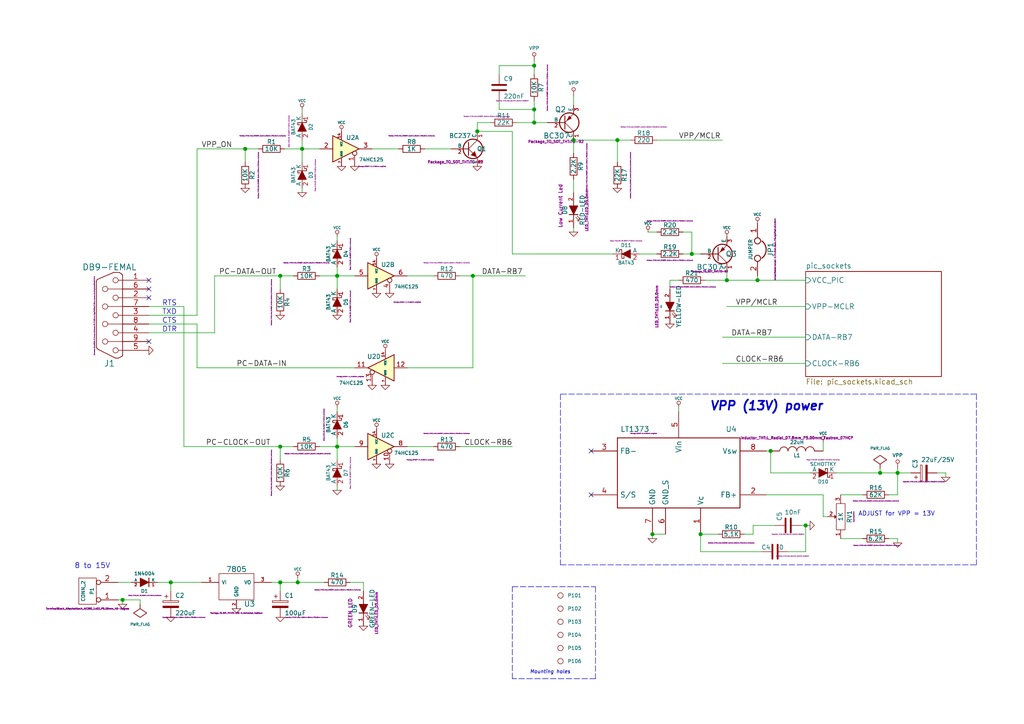
<source format=kicad_sch>
(kicad_sch (version 20230409) (generator eeschema)
  (paper "A4")
  (title_block (title "JDM - COM84 PIC Programmer with 13V DC/DC converter") (date "05 jan 2014") (rev "2") (company "KiCad"))
  (lib_symbols
    (symbol "pic_programmer_schlib:74LS125" (pin_names (offset 0.254))
      (property "Reference" "U" (at 5.08 3.81 0))
      (property "Value" "74LS125" (at 7.62 -2.54 0))
      (symbol "74LS125_0_0"
        (pin power_in line (at -1.27 5.08 270) (length 2.54) (name "VCC") (number "14"))
        (pin power_in line (at -1.27 -5.08 90) (length 2.54) (name "GND") (number "7"))
      )
      (symbol "74LS125_1_0"
        (polyline (pts (xy -3.81 3.81) (xy -3.81 -3.81) (xy 3.81 0) (xy -3.81 3.81)) (stroke (width 0.254)) (fill (type background)))
        (pin input inverted (at 2.54 -5.08 90) (length 4.445) (name "~") (number "1"))
        (pin input line (at -7.62 0 0) (length 3.81) (name "~") (number "2"))
        (pin tri_state line (at 7.62 0 180) (length 3.81) (name "~") (number "3"))
      )
      (symbol "74LS125_2_0"
        (polyline (pts (xy -3.81 3.81) (xy -3.81 -3.81) (xy 3.81 0) (xy -3.81 3.81)) (stroke (width 0.254)) (fill (type background)))
        (pin input inverted (at 2.54 -5.08 90) (length 4.445) (name "~") (number "4"))
        (pin input line (at -7.62 0 0) (length 3.81) (name "~") (number "5"))
        (pin tri_state line (at 7.62 0 180) (length 3.81) (name "~") (number "6"))
      )
      (symbol "74LS125_3_0"
        (polyline (pts (xy -3.81 3.81) (xy -3.81 -3.81) (xy 3.81 0) (xy -3.81 3.81)) (stroke (width 0.254)) (fill (type background)))
        (pin input inverted (at 2.54 -5.08 90) (length 4.445) (name "~") (number "10"))
        (pin tri_state line (at 7.62 0 180) (length 3.81) (name "~") (number "8"))
        (pin input line (at -7.62 0 0) (length 3.81) (name "~") (number "9"))
      )
      (symbol "74LS125_4_0"
        (polyline (pts (xy -3.81 3.81) (xy -3.81 -3.81) (xy 3.81 0) (xy -3.81 3.81)) (stroke (width 0.254)) (fill (type background)))
        (pin tri_state line (at 7.62 0 180) (length 3.81) (name "~") (number "11"))
        (pin input line (at -7.62 0 0) (length 3.81) (name "~") (number "12"))
        (pin input inverted (at 2.54 -5.08 90) (length 4.445) (name "~") (number "13"))
      )
    )
    (symbol "pic_programmer_schlib:7805" (pin_names (offset 0.762))
      (property "Reference" "U" (at 3.81 -4.9784 0))
      (property "Value" "7805" (at 0 5.08 0))
      (symbol "7805_0_1"
        (rectangle (start -5.08 -3.81) (end 5.08 3.81))
      )
      (symbol "7805_1_1"
        (pin input line (at -10.16 1.27 0) (length 5.08) (name "VI") (number "1"))
        (pin input line (at 0 -6.35 90) (length 2.54) (name "GND") (number "2"))
        (pin power_out line (at 10.16 1.27 180) (length 5.08) (name "VO") (number "3"))
      )
    )
    (symbol "pic_programmer_schlib:BC237" (pin_names (offset 0))
      (property "Reference" "Q" (at 0 -3.81 0))
      (property "Value" "BC237" (at 0 3.81 0))
      (property "Footprint" "Package_TO_SOT_THT:TO-92" (at -2.54 -5.08 0))
      (symbol "BC237_0_1"
        (polyline (pts (xy 0 0) (xy 2.54 2.54)) (stroke (width 0.1524)))
        (polyline (pts (xy 0 1.905) (xy 0 -1.905) (xy 0 -1.905)) (stroke (width 0.254)))
        (polyline (pts (xy 1.27 -1.27) (xy 0 0) (xy 0 0)) (stroke (width 0.1524)))
        (polyline (pts (xy 2.286 -2.286) (xy 2.54 -2.54) (xy 2.54 -2.54)))
        (polyline (pts (xy 2.286 -2.286) (xy 1.778 -0.762) (xy 0.762 -1.778) (xy 2.286 -2.286) (xy 2.286 -2.286)) (fill (type outline)))
        (circle (center 1.27 0) (radius 2.8194) (stroke (width 0.3048)))
      )
      (symbol "BC237_1_1"
        (pin passive line (at 2.54 5.08 270) (length 2.54) (name "C") (number "1"))
        (pin input line (at -5.08 0 0) (length 5.08) (name "B") (number "2"))
        (pin passive line (at 2.54 -5.08 90) (length 2.54) (name "E") (number "3"))
      )
    )
    (symbol "pic_programmer_schlib:BC307" (pin_names (offset 0))
      (property "Reference" "Q" (at -1.27 -3.81 0))
      (property "Value" "BC307" (at 0 3.81 0))
      (property "Footprint" "Package_TO_SOT_THT:TO-92" (at -2.54 -5.08 0))
      (symbol "BC307_0_1"
        (polyline (pts (xy 0 0) (xy 2.54 2.54)) (stroke (width 0.1524)))
        (polyline (pts (xy 0 1.905) (xy 0 -1.905) (xy 0 -1.905)) (stroke (width 0.254)) (fill (type outline)))
        (polyline (pts (xy 0.635 -0.635) (xy 0 0) (xy 0 0)) (stroke (width 0.1524)))
        (polyline (pts (xy 2.54 -2.54) (xy 1.651 -1.651) (xy 1.651 -1.651)) (stroke (width 0.1524)))
        (polyline (pts (xy 0.635 -0.635) (xy 1.27 -1.905) (xy 1.905 -1.27) (xy 0.635 -0.635) (xy 0.635 -0.635)) (fill (type outline)))
        (circle (center 1.27 0) (radius 2.8194) (stroke (width 0.3048)))
      )
      (symbol "BC307_1_1"
        (pin passive line (at 2.54 5.08 270) (length 2.54) (name "C") (number "1"))
        (pin input line (at -5.08 0 0) (length 5.08) (name "B") (number "2"))
        (pin passive line (at 2.54 -5.08 90) (length 2.54) (name "E") (number "3"))
      )
    )
    (symbol "pic_programmer_schlib:C" (pin_numbers hide) (pin_names (offset 0.254))
      (property "Reference" "C" (at 0.635 2.54 0))
      (property "Value" "C" (at 0.635 -2.54 0))
      (symbol "C_0_1"
        (polyline (pts (xy -2.032 -0.762) (xy 2.032 -0.762)) (stroke (width 0.508)))
        (polyline (pts (xy -2.032 0.762) (xy 2.032 0.762)) (stroke (width 0.508)))
      )
      (symbol "C_1_1"
        (pin passive line (at 0 3.81 270) (length 2.794) (name "~") (number "1"))
        (pin passive line (at 0 -3.81 90) (length 2.794) (name "~") (number "2"))
      )
    )
    (symbol "pic_programmer_schlib:CONN_2" (pin_names (offset 1.016) hide)
      (property "Reference" "P" (at -1.27 0 90))
      (property "Value" "CONN_2" (at 1.27 0 90))
      (symbol "CONN_2_0_1"
        (rectangle (start -2.54 3.81) (end 2.54 -3.81))
      )
      (symbol "CONN_2_1_1"
        (pin passive inverted (at -8.89 2.54 0) (length 6.35) (name "P1") (number "1"))
        (pin passive inverted (at -8.89 -2.54 0) (length 6.35) (name "PM") (number "2"))
      )
    )
    (symbol "pic_programmer_schlib:CP" (pin_numbers hide) (pin_names (offset 0.254))
      (property "Reference" "C" (at 0.635 2.54 0))
      (property "Value" "CP" (at 0.635 -2.54 0))
      (symbol "CP_0_1"
        (rectangle (start -2.286 1.016) (end 2.286 0.508) (stroke (width 0.1524)))
        (rectangle (start -1.778 2.286) (end -0.762 2.286))
        (rectangle (start -1.27 1.778) (end -1.27 2.794))
        (rectangle (start 2.286 -0.508) (end -2.286 -1.016) (fill (type outline)))
      )
      (symbol "CP_1_1"
        (pin passive line (at 0 3.81 270) (length 2.794) (name "~") (number "1"))
        (pin passive line (at 0 -3.81 90) (length 2.794) (name "~") (number "2"))
      )
    )
    (symbol "pic_programmer_schlib:D" (pin_names (offset 0))
      (property "Reference" "D" (at 0 2.54 0))
      (property "Value" "D" (at 0 -2.54 0))
      (symbol "D_0_1"
        (polyline (pts (xy -1.27 1.27) (xy -1.27 -1.27)) (stroke (width 0.254)))
        (polyline (pts (xy -1.27 0) (xy 1.27 1.27) (xy 1.27 -1.27) (xy -1.27 0)) (stroke (width 0.1524)) (fill (type outline)))
      )
      (symbol "D_1_1"
        (pin passive line (at -3.81 0 0) (length 2.54) (name "K") (number "1"))
        (pin passive line (at 3.81 0 180) (length 2.54) (name "A") (number "2"))
      )
    )
    (symbol "pic_programmer_schlib:DB9" (pin_names (offset 1.016) hide)
      (property "Reference" "J" (at 0 13.97 0))
      (property "Value" "DB9" (at 0 -13.97 0))
      (symbol "DB9_0_1"
        (circle (center -1.778 -10.16) (radius 0.762))
        (circle (center -1.778 -5.08) (radius 0.762))
        (circle (center -1.778 0) (radius 0.762))
        (circle (center -1.778 5.08) (radius 0.762))
        (circle (center -1.778 10.16) (radius 0.762))
        (polyline (pts (xy -3.81 -11.684) (xy -3.81 11.684)) (stroke (width 0.2032)))
        (polyline (pts (xy -3.81 -11.6586) (xy -3.556 -11.938)) (stroke (width 0.2032)))
        (polyline (pts (xy -3.81 -10.16) (xy -2.54 -10.16)))
        (polyline (pts (xy -3.81 -7.62) (xy 0.508 -7.62)))
        (polyline (pts (xy -3.81 -5.08) (xy -2.54 -5.08)))
        (polyline (pts (xy -3.81 -2.54) (xy 0.508 -2.54)))
        (polyline (pts (xy -3.81 0) (xy -2.54 0)))
        (polyline (pts (xy -3.81 2.54) (xy 0.508 2.54)))
        (polyline (pts (xy -3.81 5.08) (xy -2.54 5.08)))
        (polyline (pts (xy -3.81 7.62) (xy 0.508 7.62)))
        (polyline (pts (xy -3.81 10.16) (xy -2.54 10.16)))
        (polyline (pts (xy -3.556 -11.938) (xy -2.794 -12.446)) (stroke (width 0.2032)))
        (polyline (pts (xy -3.556 11.938) (xy -3.81 11.684)) (stroke (width 0.2032)))
        (polyline (pts (xy -3.556 11.938) (xy -2.54 12.446)) (stroke (width 0.2032)))
        (polyline (pts (xy -2.794 -12.446) (xy -1.27 -12.446)) (stroke (width 0.2032)))
        (polyline (pts (xy -2.54 12.446) (xy -1.778 12.446)) (stroke (width 0.2032)))
        (polyline (pts (xy 3.2766 9.906) (xy -1.778 12.446)) (stroke (width 0.2032)))
        (polyline (pts (xy 3.2766 9.906) (xy 3.81 9.398)) (stroke (width 0.2032)))
        (polyline (pts (xy 3.556 -10.3886) (xy -1.27 -12.446)) (stroke (width 0.2032)))
        (polyline (pts (xy 3.81 -9.906) (xy 3.556 -10.3886)) (stroke (width 0.2032)))
        (polyline (pts (xy 3.81 9.398) (xy 3.81 -9.906)) (stroke (width 0.2032)))
        (circle (center 1.27 -7.62) (radius 0.762))
        (circle (center 1.27 -2.54) (radius 0.762))
        (circle (center 1.27 2.54) (radius 0.762))
        (circle (center 1.27 7.62) (radius 0.762))
      )
      (symbol "DB9_1_1"
        (pin passive line (at -11.43 -10.16 0) (length 7.62) (name "1") (number "1"))
        (pin passive line (at -11.43 -5.08 0) (length 7.62) (name "2") (number "2"))
        (pin passive line (at -11.43 0 0) (length 7.62) (name "3") (number "3"))
        (pin passive line (at -11.43 5.08 0) (length 7.62) (name "4") (number "4"))
        (pin passive line (at -11.43 10.16 0) (length 7.62) (name "5") (number "5"))
        (pin passive line (at -11.43 -7.62 0) (length 7.62) (name "P6") (number "6"))
        (pin passive line (at -11.43 -2.54 0) (length 7.62) (name "P7") (number "7"))
        (pin passive line (at -11.43 2.54 0) (length 7.62) (name "P8") (number "8"))
        (pin passive line (at -11.43 7.62 0) (length 7.62) (name "P9") (number "9"))
      )
    )
    (symbol "pic_programmer_schlib:D_Schottky" (pin_names (offset 0))
      (property "Reference" "D" (at 0 2.54 0))
      (property "Value" "D_Schottky" (at 0 -2.54 0))
      (symbol "D_Schottky_0_1"
        (polyline (pts (xy -1.27 0) (xy 1.27 1.27) (xy 1.27 -1.27) (xy -1.27 0)) (stroke (width 0.1524)) (fill (type outline)))
        (polyline (pts (xy -1.905 0.635) (xy -1.905 1.27) (xy -1.27 1.27) (xy -1.27 -1.27) (xy -0.635 -1.27) (xy -0.635 -0.635)) (stroke (width 0.2032)))
      )
      (symbol "D_Schottky_1_1"
        (pin passive line (at -3.81 0 0) (length 2.54) (name "K") (number "1"))
        (pin passive line (at 3.81 0 180) (length 2.54) (name "A") (number "2"))
      )
    )
    (symbol "pic_programmer_schlib:GND" (power) (pin_names (offset 0))
      (symbol "GND_0_1"
        (polyline (pts (xy -1.27 0) (xy 0 -1.27) (xy 1.27 0) (xy -1.27 0)))
      )
      (symbol "GND_1_1"
        (pin power_in line (at 0 0 90) (length 0) hide (name "GND") (number "1"))
      )
    )
    (symbol "pic_programmer_schlib:INDUCTOR" (pin_numbers hide) (pin_names (offset 1.016) hide)
      (property "Reference" "L" (at -1.27 0 90))
      (property "Value" "INDUCTOR" (at 2.54 0 90))
      (symbol "INDUCTOR_0_1"
        (arc (start 0.0254 -5.0546) (mid 1.245 -3.7973) (end 0.0254 -2.54) (stroke (width 0.2032)))
        (arc (start 0.0254 -2.5146) (mid 1.2704 -1.2319) (end 0.0254 0.0508) (stroke (width 0.2032)))
        (arc (start 0.0254 0.0254) (mid 1.2704 1.3081) (end 0.0254 2.5908) (stroke (width 0.2032)))
        (arc (start 0.0254 2.5654) (mid 1.1942 3.7719) (end 0.0254 4.9784) (stroke (width 0.2032)))
      )
      (symbol "INDUCTOR_1_1"
        (pin passive line (at 0 7.62 270) (length 2.54) (name "1") (number "1"))
        (pin passive line (at 0 -7.62 90) (length 2.54) (name "2") (number "2"))
      )
    )
    (symbol "pic_programmer_schlib:JUMPER" (pin_names (offset 0.762) hide)
      (property "Reference" "JP" (at 0 3.81 0))
      (property "Value" "JUMPER" (at 0 -2.032 0))
      (symbol "JUMPER_0_1"
        (circle (center -2.54 0) (radius 0.889) (stroke (width 0.254)))
        (arc (start 2.5146 1.27) (mid 0.0127 2.5097) (end -2.4892 1.27) (stroke (width 0.3048)))
        (circle (center 2.54 0) (radius 0.889) (stroke (width 0.254)))
        (pin passive line (at -7.62 0 0) (length 4.191) (name "1") (number "1"))
        (pin passive line (at 7.62 0 180) (length 4.191) (name "2") (number "2"))
      )
    )
    (symbol "pic_programmer_schlib:LED" (pin_names (offset 1.016) hide)
      (property "Reference" "D" (at 0 2.54 0))
      (property "Value" "LED" (at 0 -2.54 0))
      (symbol "LED_0_1"
        (polyline (pts (xy -1.27 1.27) (xy -1.27 -1.27)) (stroke (width 0.254)))
        (polyline (pts (xy -2.032 -0.635) (xy -3.175 -1.651) (xy -3.048 -1.016)))
        (polyline (pts (xy -1.651 -1.016) (xy -2.794 -2.032) (xy -2.667 -1.397)))
        (polyline (pts (xy -1.27 0) (xy 1.27 1.27) (xy 1.27 -1.27) (xy -1.27 0)) (stroke (width 0.1524)) (fill (type outline)))
      )
      (symbol "LED_1_1"
        (pin passive line (at -5.08 0 0) (length 3.81) (name "K") (number "1"))
        (pin passive line (at 5.08 0 180) (length 3.81) (name "A") (number "2"))
      )
    )
    (symbol "pic_programmer_schlib:LT1373" (pin_names (offset 0.762))
      (property "Reference" "U" (at 15.24 12.7 0))
      (property "Value" "LT1373" (at -12.7 12.7 0))
      (symbol "LT1373_0_1"
        (rectangle (start -17.78 -10.16) (end 17.78 10.16) (stroke (width 0.254)))
      )
      (symbol "LT1373_1_1"
        (pin input line (at 6.35 -17.78 90) (length 7.62) (name "Vc") (number "1"))
        (pin input line (at 25.4 -6.35 180) (length 7.62) (name "FB+") (number "2"))
        (pin passive line (at -25.4 6.35 0) (length 7.62) (name "FB-") (number "3"))
        (pin passive line (at -25.4 -6.35 0) (length 7.62) (name "S/S") (number "4"))
        (pin power_in line (at 0 17.78 270) (length 7.62) (name "Vin") (number "5"))
        (pin input line (at -3.81 -17.78 90) (length 7.62) (name "GND_S") (number "6"))
        (pin input line (at -7.62 -17.78 90) (length 7.62) (name "GND") (number "7"))
        (pin input line (at 25.4 6.35 180) (length 7.62) (name "Vsw") (number "8"))
      )
    )
    (symbol "pic_programmer_schlib:MOUNTING_HOLE" (pin_numbers hide) (pin_names (offset 0.762) hide)
      (property "Reference" "P" (at 2.032 0 0))
      (symbol "MOUNTING_HOLE_0_1"
        (circle (center 0 0) (radius 0.7874))
      )
    )
    (symbol "pic_programmer_schlib:POT" (pin_names (offset 1.016) hide)
      (property "Reference" "RV" (at 0 -2.54 0))
      (property "Value" "POT" (at 0 0 0))
      (symbol "POT_0_1"
        (rectangle (start -3.81 1.27) (end 3.81 -1.27))
        (polyline (pts (xy 0 1.27) (xy -0.508 1.778) (xy 0.508 1.778)) (fill (type outline)))
      )
      (symbol "POT_1_1"
        (pin passive line (at -6.35 0 0) (length 2.54) (name "1") (number "1"))
        (pin passive line (at 0 3.81 270) (length 2.032) (name "2") (number "2"))
        (pin passive line (at 6.35 0 180) (length 2.54) (name "3") (number "3"))
      )
    )
    (symbol "pic_programmer_schlib:PWR_FLAG" (power) (pin_numbers hide) (pin_names (offset 0) hide)
      (property "Value" "PWR_FLAG" (at 0 4.572 0))
      (symbol "PWR_FLAG_0_0"
        (pin power_out line (at 0 0 90) (length 0) (name "pwr") (number "1"))
      )
      (symbol "PWR_FLAG_0_1"
        (polyline (pts (xy 0 0) (xy 0 1.27) (xy -1.905 2.54) (xy 0 3.81) (xy 1.905 2.54) (xy 0 1.27)) (stroke (width 0.2032)))
      )
    )
    (symbol "pic_programmer_schlib:R" (pin_numbers hide) (pin_names (offset 0))
      (property "Reference" "R" (at 2.032 0 90))
      (property "Value" "R" (at 0 0 90))
      (symbol "R_0_1"
        (rectangle (start -1.016 -2.54) (end 1.016 2.54) (stroke (width 0.2032)))
      )
      (symbol "R_1_1"
        (pin passive line (at 0 3.81 270) (length 1.27) (name "~") (number "1"))
        (pin passive line (at 0 -3.81 90) (length 1.27) (name "~") (number "2"))
      )
    )
    (symbol "pic_programmer_schlib:VCC" (power) (pin_names (offset 0))
      (property "Value" "VCC" (at 0 2.54 0))
      (symbol "VCC_0_0"
        (pin power_in line (at 0 0 90) (length 0) hide (name "VCC") (number "1"))
      )
      (symbol "VCC_0_1"
        (polyline (pts (xy 0 0) (xy 0 0.762) (xy 0 0.762)))
        (circle (center 0 1.27) (radius 0.508))
      )
    )
    (symbol "pic_programmer_schlib:VPP" (pin_names (offset 0))
      (property "Value" "VPP" (at 0 3.81 0))
      (symbol "VPP_0_0"
        (pin power_in line (at 0 0 90) (length 0) hide (name "VPP") (number "1"))
      )
      (symbol "VPP_0_1"
        (polyline (pts (xy 0 1.524) (xy 0 0)))
        (circle (center 0 2.032) (radius 0.508))
      )
    )
  )
  (junction (at 81.28 80.01) (diameter 1.016))
  (junction (at 97.79 129.54) (diameter 1.016))
  (junction (at 179.07 40.64) (diameter 1.016))
  (junction (at 35.56 173.99) (diameter 1.016))
  (junction (at 255.27 137.16) (diameter 1.016))
  (junction (at 71.12 43.18) (diameter 1.016))
  (junction (at 260.35 137.16) (diameter 1.016))
  (junction (at 154.94 31.75) (diameter 1.016))
  (junction (at 87.63 43.18) (diameter 1.016))
  (junction (at 166.37 40.64) (diameter 1.016))
  (junction (at 203.2 154.94) (diameter 1.016))
  (junction (at 81.28 168.91) (diameter 1.016))
  (junction (at 86.36 168.91) (diameter 1.016))
  (junction (at 137.16 80.01) (diameter 1.016))
  (junction (at 223.52 130.81) (diameter 1.016))
  (junction (at 49.53 168.91) (diameter 1.016))
  (junction (at 97.79 80.01) (diameter 1.016))
  (junction (at 138.43 38.1) (diameter 1.016))
  (junction (at 154.94 35.56) (diameter 1.016))
  (junction (at 81.28 129.54) (diameter 1.016))
  (junction (at 219.71 81.28) (diameter 1.016))
  (junction (at 189.23 154.94) (diameter 1.016))
  (junction (at 200.66 73.66) (diameter 1.016))
  (junction (at 210.82 81.28) (diameter 1.016))
  (junction (at 233.68 152.4) (diameter 1.016))
  (junction (at 154.94 19.05) (diameter 1.016))
  (no_connect (at 171.45 130.81))
  (no_connect (at 43.18 81.28))
  (no_connect (at 43.18 86.36))
  (no_connect (at 43.18 99.06))
  (no_connect (at 43.18 83.82))
  (no_connect (at 171.45 143.51))
  (wire (pts (xy 87.63 43.18) (xy 87.63 46.99)))
  (polyline (pts (xy 172.72 196.85) (xy 148.59 196.85)) (stroke (width 0) (type dash)))
  (wire (pts (xy 97.79 129.54) (xy 102.87 129.54)))
  (wire (pts (xy 102.87 106.68) (xy 57.15 106.68)))
  (wire (pts (xy 250.19 156.21) (xy 243.84 156.21)))
  (wire (pts (xy 105.41 168.91) (xy 101.6 168.91)))
  (wire (pts (xy 57.15 106.68) (xy 57.15 93.98)))
  (wire (pts (xy 250.19 143.51) (xy 243.84 143.51)))
  (wire (pts (xy 38.1 168.91) (xy 34.29 168.91)))
  (wire (pts (xy 234.95 137.16) (xy 223.52 137.16)))
  (wire (pts (xy 166.37 66.04) (xy 166.37 67.31)))
  (wire (pts (xy 133.35 80.01) (xy 137.16 80.01)))
  (wire (pts (xy 260.35 137.16) (xy 260.35 143.51)))
  (wire (pts (xy 208.28 154.94) (xy 203.2 154.94)))
  (wire (pts (xy 138.43 35.56) (xy 142.24 35.56)))
  (wire (pts (xy 255.27 137.16) (xy 260.35 137.16)))
  (wire (pts (xy 260.35 156.21) (xy 260.35 157.48)))
  (wire (pts (xy 200.66 73.66) (xy 200.66 67.31)))
  (wire (pts (xy 92.71 129.54) (xy 97.79 129.54)))
  (wire (pts (xy 200.66 67.31) (xy 198.12 67.31)))
  (wire (pts (xy 130.81 43.18) (xy 123.19 43.18)))
  (wire (pts (xy 97.79 68.58) (xy 97.79 69.85)))
  (wire (pts (xy 86.36 168.91) (xy 86.36 167.64)))
  (wire (pts (xy 35.56 173.99) (xy 40.64 173.99)))
  (wire (pts (xy 274.32 137.16) (xy 274.32 138.43)))
  (wire (pts (xy 179.07 46.99) (xy 179.07 40.64)))
  (wire (pts (xy 232.41 152.4) (xy 233.68 152.4)))
  (wire (pts (xy 271.78 137.16) (xy 274.32 137.16)))
  (wire (pts (xy 189.23 154.94) (xy 193.04 154.94)))
  (wire (pts (xy 198.12 73.66) (xy 200.66 73.66)))
  (wire (pts (xy 43.18 93.98) (xy 57.15 93.98)))
  (wire (pts (xy 138.43 35.56) (xy 138.43 38.1)))
  (wire (pts (xy 144.78 19.05) (xy 154.94 19.05)))
  (wire (pts (xy 57.15 91.44) (xy 43.18 91.44)))
  (wire (pts (xy 233.68 152.4) (xy 234.95 152.4)))
  (wire (pts (xy 81.28 80.01) (xy 85.09 80.01)))
  (wire (pts (xy 138.43 38.1) (xy 148.59 38.1)))
  (wire (pts (xy 148.59 73.66) (xy 177.8 73.66)))
  (wire (pts (xy 35.56 175.26) (xy 35.56 173.99)))
  (wire (pts (xy 137.16 80.01) (xy 152.4 80.01)))
  (wire (pts (xy 81.28 168.91) (xy 86.36 168.91)))
  (wire (pts (xy 238.76 149.86) (xy 238.76 143.51)))
  (wire (pts (xy 118.11 80.01) (xy 125.73 80.01)))
  (wire (pts (xy 204.47 81.28) (xy 210.82 81.28)))
  (wire (pts (xy 49.53 171.45) (xy 49.53 168.91)))
  (wire (pts (xy 210.82 81.28) (xy 210.82 78.74)))
  (wire (pts (xy 53.34 129.54) (xy 81.28 129.54)))
  (wire (pts (xy 78.74 168.91) (xy 81.28 168.91)))
  (wire (pts (xy 190.5 40.64) (xy 209.55 40.64)))
  (wire (pts (xy 154.94 29.21) (xy 154.94 31.75)))
  (wire (pts (xy 148.59 38.1) (xy 148.59 73.66)))
  (wire (pts (xy 210.82 81.28) (xy 219.71 81.28)))
  (wire (pts (xy 87.63 54.61) (xy 87.63 55.88)))
  (wire (pts (xy 187.96 67.31) (xy 190.5 67.31)))
  (wire (pts (xy 240.03 149.86) (xy 238.76 149.86)))
  (wire (pts (xy 194.31 83.82) (xy 194.31 81.28)))
  (wire (pts (xy 189.23 156.21) (xy 189.23 154.94)))
  (wire (pts (xy 115.57 43.18) (xy 107.95 43.18)))
  (wire (pts (xy 238.76 128.27) (xy 238.76 130.81)))
  (wire (pts (xy 34.29 173.99) (xy 35.56 173.99)))
  (wire (pts (xy 228.6 160.02) (xy 233.68 160.02)))
  (polyline (pts (xy 283.21 114.3) (xy 283.21 163.83)) (stroke (width 0) (type dash)))
  (wire (pts (xy 71.12 43.18) (xy 74.93 43.18)))
  (wire (pts (xy 260.35 137.16) (xy 264.16 137.16)))
  (wire (pts (xy 203.2 160.02) (xy 220.98 160.02)))
  (wire (pts (xy 166.37 30.48) (xy 166.37 27.94)))
  (wire (pts (xy 86.36 168.91) (xy 93.98 168.91)))
  (wire (pts (xy 219.71 81.28) (xy 233.68 81.28)))
  (wire (pts (xy 97.79 77.47) (xy 97.79 80.01)))
  (wire (pts (xy 57.15 43.18) (xy 71.12 43.18)))
  (wire (pts (xy 260.35 156.21) (xy 257.81 156.21)))
  (wire (pts (xy 233.68 160.02) (xy 233.68 152.4)))
  (wire (pts (xy 62.23 96.52) (xy 62.23 80.01)))
  (wire (pts (xy 53.34 88.9) (xy 43.18 88.9)))
  (wire (pts (xy 62.23 96.52) (xy 43.18 96.52)))
  (wire (pts (xy 210.82 88.9) (xy 233.68 88.9)))
  (wire (pts (xy 154.94 31.75) (xy 154.94 35.56)))
  (polyline (pts (xy 148.59 196.85) (xy 148.59 170.18)) (stroke (width 0) (type dash)))
  (wire (pts (xy 149.86 35.56) (xy 154.94 35.56)))
  (wire (pts (xy 87.63 33.02) (xy 87.63 31.75)))
  (wire (pts (xy 137.16 106.68) (xy 137.16 80.01)))
  (wire (pts (xy 218.44 152.4) (xy 218.44 154.94)))
  (wire (pts (xy 144.78 19.05) (xy 144.78 21.59)))
  (wire (pts (xy 57.15 43.18) (xy 57.15 91.44)))
  (wire (pts (xy 200.66 73.66) (xy 203.2 73.66)))
  (wire (pts (xy 144.78 31.75) (xy 154.94 31.75)))
  (wire (pts (xy 45.72 168.91) (xy 49.53 168.91)))
  (polyline (pts (xy 172.72 170.18) (xy 172.72 196.85)) (stroke (width 0) (type dash)))
  (wire (pts (xy 219.71 81.28) (xy 219.71 80.01)))
  (wire (pts (xy 223.52 137.16) (xy 223.52 130.81)))
  (wire (pts (xy 81.28 129.54) (xy 85.09 129.54)))
  (wire (pts (xy 148.59 129.54) (xy 133.35 129.54)))
  (wire (pts (xy 97.79 80.01) (xy 97.79 83.82)))
  (wire (pts (xy 97.79 80.01) (xy 102.87 80.01)))
  (wire (pts (xy 154.94 17.78) (xy 154.94 19.05)))
  (wire (pts (xy 166.37 40.64) (xy 179.07 40.64)))
  (wire (pts (xy 203.2 154.94) (xy 203.2 160.02)))
  (wire (pts (xy 87.63 43.18) (xy 92.71 43.18)))
  (wire (pts (xy 260.35 143.51) (xy 257.81 143.51)))
  (wire (pts (xy 194.31 81.28) (xy 196.85 81.28)))
  (wire (pts (xy 166.37 40.64) (xy 166.37 44.45)))
  (wire (pts (xy 179.07 40.64) (xy 182.88 40.64)))
  (wire (pts (xy 105.41 171.45) (xy 105.41 168.91)))
  (wire (pts (xy 81.28 133.35) (xy 81.28 129.54)))
  (polyline (pts (xy 162.56 163.83) (xy 283.21 163.83)) (stroke (width 0) (type dash)))
  (wire (pts (xy 260.35 135.89) (xy 260.35 137.16)))
  (wire (pts (xy 53.34 129.54) (xy 53.34 88.9)))
  (wire (pts (xy 81.28 83.82) (xy 81.28 80.01)))
  (wire (pts (xy 154.94 35.56) (xy 158.75 35.56)))
  (wire (pts (xy 62.23 80.01) (xy 81.28 80.01)))
  (wire (pts (xy 87.63 40.64) (xy 87.63 43.18)))
  (wire (pts (xy 190.5 73.66) (xy 185.42 73.66)))
  (wire (pts (xy 81.28 168.91) (xy 81.28 171.45)))
  (wire (pts (xy 224.79 152.4) (xy 218.44 152.4)))
  (wire (pts (xy 255.27 135.89) (xy 255.27 137.16)))
  (polyline (pts (xy 162.56 114.3) (xy 162.56 163.83)) (stroke (width 0) (type dash)))
  (wire (pts (xy 97.79 142.24) (xy 97.79 140.97)))
  (wire (pts (xy 233.68 97.79) (xy 209.55 97.79)))
  (wire (pts (xy 144.78 29.21) (xy 144.78 31.75)))
  (wire (pts (xy 118.11 106.68) (xy 137.16 106.68)))
  (wire (pts (xy 92.71 80.01) (xy 97.79 80.01)))
  (wire (pts (xy 82.55 43.18) (xy 87.63 43.18)))
  (wire (pts (xy 218.44 154.94) (xy 215.9 154.94)))
  (wire (pts (xy 166.37 52.07) (xy 166.37 55.88)))
  (wire (pts (xy 40.64 173.99) (xy 40.64 175.26)))
  (wire (pts (xy 125.73 129.54) (xy 118.11 129.54)))
  (wire (pts (xy 97.79 119.38) (xy 97.79 118.11)))
  (polyline (pts (xy 148.59 170.18) (xy 172.72 170.18)) (stroke (width 0) (type dash)))
  (wire (pts (xy 97.79 129.54) (xy 97.79 133.35)))
  (wire (pts (xy 97.79 127) (xy 97.79 129.54)))
  (wire (pts (xy 196.85 119.38) (xy 196.85 118.11)))
  (wire (pts (xy 233.68 105.41) (xy 209.55 105.41)))
  (wire (pts (xy 242.57 137.16) (xy 255.27 137.16)))
  (wire (pts (xy 154.94 19.05) (xy 154.94 21.59)))
  (wire (pts (xy 223.52 130.81) (xy 222.25 130.81)))
  (wire (pts (xy 49.53 168.91) (xy 58.42 168.91)))
  (wire (pts (xy 71.12 46.99) (xy 71.12 43.18)))
  (wire (pts (xy 238.76 143.51) (xy 222.25 143.51)))
  (polyline (pts (xy 283.21 114.3) (xy 162.56 114.3)) (stroke (width 0) (type dash)))
  (text "ADJUST for VPP = 13V" (at 248.92 149.86 0) (effects (font (size 1.27 1.27)) (justify left bottom)))
  (text "8 to 15V" (at 21.59 165.1 0) (effects (font (size 1.524 1.524)) (justify left bottom)))
  (text "VPP (13V) power" (at 205.74 119.38 0) (effects (font (size 2.54 2.54) (thickness 0.508) bold italic) (justify left bottom)))
  (text "RTS" (at 46.99 88.9 0) (effects (font (size 1.524 1.524)) (justify left bottom)))
  (text "TXD" (at 46.99 91.44 0) (effects (font (size 1.524 1.524)) (justify left bottom)))
  (text "CTS" (at 46.99 93.98 0) (effects (font (size 1.524 1.524)) (justify left bottom)))
  (text "DTR" (at 46.99 96.52 0) (effects (font (size 1.524 1.524)) (justify left bottom)))
  (text "Mounting holes" (at 153.67 195.58 0) (effects (font (size 1.016 1.016) italic) (justify left bottom)))
  (label "DATA-RB7" (at 139.7 80.01 0) (effects (font (size 1.524 1.524))))
  (label "CLOCK-RB6" (at 134.62 129.54 0) (effects (font (size 1.524 1.524))))
  (label "PC-DATA-IN" (at 68.58 106.68 0) (effects (font (size 1.524 1.524))))
  (label "CLOCK-RB6" (at 213.36 105.41 0) (effects (font (size 1.524 1.524))))
  (label "PC-DATA-OUT" (at 63.5 80.01 0) (effects (font (size 1.524 1.524))))
  (label "VPP/MCLR" (at 196.85 40.64 0) (effects (font (size 1.524 1.524))))
  (label "VPP_ON" (at 58.42 43.18 0) (effects (font (size 1.524 1.524))))
  (label "PC-CLOCK-OUT" (at 59.69 129.54 0) (effects (font (size 1.524 1.524))))
  (label "VPP/MCLR" (at 213.36 88.9 0) (effects (font (size 1.524 1.524))))
  (label "DATA-RB7" (at 212.09 97.79 0) (effects (font (size 1.524 1.524))))
  (symbol (lib_id "pic_programmer_schlib:DB9") (at 31.75 91.44 180) (unit 1)
    (property "Reference" "J1" (at 31.75 105.41 0) (effects (font (size 1.778 1.778))))
    (property "Value" "DB9-FEMAL" (at 31.75 77.47 0) (effects (font (size 1.778 1.778))))
    (property "Footprint" "Connector_Dsub:DSUB-9_Female_Horizontal_P2.77x2.84mm_EdgePinOffset7.70mm_Housed_MountingHolesOffset9.12mm" (at 27.3812 91.5416 90) (effects (font (size 0.254 0.254))))
  )
  (symbol (lib_id "pic_programmer_schlib:74LS125") (at 100.33 43.18 0) (unit 1)
    (property "Reference" "U2" (at 100.33 40.64 0) (effects (justify left bottom)))
    (property "Value" "74HC125" (at 104.14 45.72 0) (effects (font (size 1.016 1.016)) (justify left top)))
    (property "Footprint" "Package_DIP:DIP-14_W7.62mm_LongPads" (at 107.95 48.26 0) (effects (font (size 0.254 0.254))))
  )
  (symbol (lib_id "pic_programmer_schlib:R") (at 78.74 43.18 90) (unit 1)
    (property "Reference" "R1" (at 78.74 41.148 90))
    (property "Value" "10K" (at 78.74 43.18 90))
    (property "Footprint" "Resistor_THT:R_Axial_DIN0207_L6.3mm_D2.5mm_P10.16mm_Horizontal" (at 76.2 39.37 90) (effects (font (size 0.254 0.254))))
  )
  (symbol (lib_id "pic_programmer_schlib:R") (at 71.12 50.8 0) (unit 1)
    (property "Reference" "R2" (at 73.152 50.8 90))
    (property "Value" "10K" (at 71.12 50.8 90))
    (property "Footprint" "Resistor_THT:R_Axial_DIN0207_L6.3mm_D2.5mm_P10.16mm_Horizontal" (at 74.93 50.8 90) (effects (font (size 0.254 0.254))))
  )
  (symbol (lib_id "pic_programmer_schlib:D_Schottky") (at 87.63 36.83 270) (unit 1)
    (property "Reference" "D2" (at 90.17 36.83 0) (effects (font (size 1.016 1.016))))
    (property "Value" "BAT43" (at 85.09 36.83 0) (effects (font (size 1.016 1.016))))
    (property "Footprint" "Diode_THT:D_DO-35_SOD27_P7.62mm_Horizontal" (at 83.82 38.1 0) (effects (font (size 0.254 0.254))))
  )
  (symbol (lib_id "pic_programmer_schlib:D_Schottky") (at 87.63 50.8 270) (unit 1)
    (property "Reference" "D3" (at 90.17 50.8 0) (effects (font (size 1.016 1.016))))
    (property "Value" "BAT43" (at 85.09 50.8 0) (effects (font (size 1.016 1.016))))
    (property "Footprint" "Diode_THT:D_DO-35_SOD27_P7.62mm_Horizontal" (at 91.44 50.8 0) (effects (font (size 0.254 0.254))))
  )
  (symbol (lib_id "pic_programmer_schlib:GND") (at 102.87 48.26 0) (unit 1)
    (property "Reference" "#PWR035" (effects hide))
    (property "Value" "GND" (effects hide))
  )
  (symbol (lib_id "pic_programmer_schlib:GND") (at 87.63 55.88 0) (unit 1)
    (property "Reference" "#PWR034" (effects hide))
    (property "Value" "GND" (effects hide))
  )
  (symbol (lib_id "pic_programmer_schlib:VCC") (at 87.63 31.75 0) (unit 1)
    (property "Reference" "#PWR033" (effects hide))
    (property "Value" "VCC" (at 87.63 29.21 0) (effects (font (size 0.762 0.762))))
  )
  (symbol (lib_id "pic_programmer_schlib:74LS125") (at 110.49 80.01 0) (unit 2)
    (property "Reference" "U2" (at 110.49 77.47 0) (effects (justify left bottom)))
    (property "Value" "74HC125" (at 114.3 82.55 0) (effects (font (size 1.016 1.016)) (justify left top)))
    (property "Footprint" "Package_DIP:DIP-14_W7.62mm_LongPads" (at 118.11 87.63 0) (effects (font (size 0.254 0.254))))
  )
  (symbol (lib_id "pic_programmer_schlib:R") (at 88.9 80.01 90) (unit 1)
    (property "Reference" "R3" (at 88.9 77.978 90))
    (property "Value" "10K" (at 88.9 80.01 90))
    (property "Footprint" "Resistor_THT:R_Axial_DIN0207_L6.3mm_D2.5mm_P10.16mm_Horizontal" (at 88.9 76.2 90) (effects (font (size 0.254 0.254))))
  )
  (symbol (lib_id "pic_programmer_schlib:R") (at 81.28 87.63 0) (unit 1)
    (property "Reference" "R4" (at 83.312 87.63 90))
    (property "Value" "10K" (at 81.28 87.63 90))
    (property "Footprint" "Resistor_THT:R_Axial_DIN0207_L6.3mm_D2.5mm_P10.16mm_Horizontal" (at 78.74 87.63 90) (effects (font (size 0.254 0.254))))
  )
  (symbol (lib_id "pic_programmer_schlib:D_Schottky") (at 97.79 73.66 270) (unit 1)
    (property "Reference" "D4" (at 100.33 73.66 0) (effects (font (size 1.016 1.016))))
    (property "Value" "BAT43" (at 95.25 73.66 0) (effects (font (size 1.016 1.016))))
    (property "Footprint" "Diode_THT:D_DO-35_SOD27_P7.62mm_Horizontal" (at 101.6 73.66 0) (effects (font (size 0.254 0.254))))
  )
  (symbol (lib_id "pic_programmer_schlib:D_Schottky") (at 97.79 87.63 270) (unit 1)
    (property "Reference" "D5" (at 100.33 87.63 0) (effects (font (size 1.016 1.016))))
    (property "Value" "BAT43" (at 95.25 87.63 0) (effects (font (size 1.016 1.016))))
    (property "Footprint" "Diode_THT:D_DO-35_SOD27_P7.62mm_Horizontal" (at 101.6 88.9 0) (effects (font (size 0.254 0.254))))
  )
  (symbol (lib_id "pic_programmer_schlib:GND") (at 113.03 85.09 0) (unit 1)
    (property "Reference" "#PWR032" (effects hide))
    (property "Value" "GND" (effects hide))
  )
  (symbol (lib_id "pic_programmer_schlib:GND") (at 97.79 91.44 0) (unit 1)
    (property "Reference" "#PWR031" (effects hide))
    (property "Value" "GND" (effects hide))
  )
  (symbol (lib_id "pic_programmer_schlib:VCC") (at 97.79 68.58 0) (unit 1)
    (property "Reference" "#PWR030" (effects hide))
    (property "Value" "VCC" (at 97.79 66.04 0) (effects (font (size 0.762 0.762))))
  )
  (symbol (lib_id "pic_programmer_schlib:74LS125") (at 110.49 129.54 0) (unit 3)
    (property "Reference" "U2" (at 110.49 127 0) (effects (justify left bottom)))
    (property "Value" "74HC125" (at 114.3 130.81 0) (effects (font (size 1.016 1.016)) (justify left top)))
    (property "Footprint" "Package_DIP:DIP-14_W7.62mm_LongPads" (at 121.92 133.35 0) (effects (font (size 0.254 0.254))))
  )
  (symbol (lib_id "pic_programmer_schlib:R") (at 88.9 129.54 90) (unit 1)
    (property "Reference" "R5" (at 88.9 127.508 90))
    (property "Value" "10K" (at 88.9 129.54 90))
    (property "Footprint" "Resistor_THT:R_Axial_DIN0207_L6.3mm_D2.5mm_P10.16mm_Horizontal" (at 89.2048 131.572 90) (effects (font (size 0.254 0.254))))
  )
  (symbol (lib_id "pic_programmer_schlib:R") (at 81.28 137.16 0) (unit 1)
    (property "Reference" "R6" (at 83.312 137.16 90))
    (property "Value" "10K" (at 81.28 137.16 90))
    (property "Footprint" "Resistor_THT:R_Axial_DIN0207_L6.3mm_D2.5mm_P10.16mm_Horizontal" (at 78.74 137.16 90) (effects (font (size 0.254 0.254))))
  )
  (symbol (lib_id "pic_programmer_schlib:D_Schottky") (at 97.79 123.19 270) (unit 1)
    (property "Reference" "D6" (at 100.33 123.19 0) (effects (font (size 1.016 1.016))))
    (property "Value" "BAT43" (at 95.25 123.19 0) (effects (font (size 1.016 1.016))))
    (property "Footprint" "Diode_THT:D_DO-35_SOD27_P7.62mm_Horizontal" (at 93.98 123.19 0) (effects (font (size 0.254 0.254))))
  )
  (symbol (lib_id "pic_programmer_schlib:D_Schottky") (at 97.79 137.16 270) (unit 1)
    (property "Reference" "D7" (at 100.33 137.16 0) (effects (font (size 1.016 1.016))))
    (property "Value" "BAT43" (at 95.25 137.16 0) (effects (font (size 1.016 1.016))))
    (property "Footprint" "Diode_THT:D_DO-35_SOD27_P7.62mm_Horizontal" (at 101.6 137.16 0) (effects (font (size 0.254 0.254))))
  )
  (symbol (lib_id "pic_programmer_schlib:GND") (at 113.03 134.62 0) (unit 1)
    (property "Reference" "#PWR029" (effects hide))
    (property "Value" "GND" (effects hide))
  )
  (symbol (lib_id "pic_programmer_schlib:GND") (at 97.79 142.24 0) (unit 1)
    (property "Reference" "#PWR028" (effects hide))
    (property "Value" "GND" (effects hide))
  )
  (symbol (lib_id "pic_programmer_schlib:VCC") (at 97.79 118.11 0) (unit 1)
    (property "Reference" "#PWR027" (effects hide))
    (property "Value" "VCC" (at 97.79 115.57 0) (effects (font (size 0.762 0.762))))
  )
  (symbol (lib_id "pic_programmer_schlib:74LS125") (at 110.49 106.68 0) (mirror y) (unit 4)
    (property "Reference" "U2" (at 110.49 104.14 0) (effects (justify left bottom)))
    (property "Value" "74HC125" (at 105.41 110.49 0) (effects (font (size 1.016 1.016)) (justify left top)))
    (property "Footprint" "Package_DIP:DIP-14_W7.62mm_LongPads" (at 101.6 109.22 0) (effects (font (size 0.254 0.254))))
  )
  (symbol (lib_id "pic_programmer_schlib:GND") (at 107.95 111.76 0) (unit 1)
    (property "Reference" "#PWR026" (effects hide))
    (property "Value" "GND" (effects hide))
  )
  (symbol (lib_id "pic_programmer_schlib:R") (at 129.54 80.01 90) (unit 1)
    (property "Reference" "R12" (at 129.54 77.978 90))
    (property "Value" "470" (at 129.54 80.01 90))
    (property "Footprint" "Resistor_THT:R_Axial_DIN0207_L6.3mm_D2.5mm_P10.16mm_Horizontal" (at 129.54 76.2 90) (effects (font (size 0.254 0.254))))
  )
  (symbol (lib_id "pic_programmer_schlib:R") (at 129.54 129.54 90) (unit 1)
    (property "Reference" "R13" (at 129.54 127.508 90))
    (property "Value" "470" (at 129.54 129.54 90))
    (property "Footprint" "Resistor_THT:R_Axial_DIN0207_L6.3mm_D2.5mm_P10.16mm_Horizontal" (at 129.54 125.73 90) (effects (font (size 0.254 0.254))))
  )
  (symbol (lib_id "pic_programmer_schlib:R") (at 119.38 43.18 90) (unit 1)
    (property "Reference" "R8" (at 119.38 41.148 90))
    (property "Value" "1K" (at 119.38 43.18 90))
    (property "Footprint" "Resistor_THT:R_Axial_DIN0207_L6.3mm_D2.5mm_P10.16mm_Horizontal" (at 119.38 39.37 90) (effects (font (size 0.254 0.254))))
  )
  (symbol (lib_id "pic_programmer_schlib:GND") (at 81.28 91.44 0) (unit 1)
    (property "Reference" "#PWR025" (effects hide))
    (property "Value" "GND" (effects hide))
  )
  (symbol (lib_id "pic_programmer_schlib:GND") (at 81.28 140.97 0) (unit 1)
    (property "Reference" "#PWR024" (effects hide))
    (property "Value" "GND" (effects hide))
  )
  (symbol (lib_id "pic_programmer_schlib:GND") (at 71.12 54.61 0) (unit 1)
    (property "Reference" "#PWR023" (effects hide))
    (property "Value" "GND" (effects hide))
  )
  (symbol (lib_id "pic_programmer_schlib:GND") (at 43.18 101.6 90) (unit 1)
    (property "Reference" "#PWR022" (effects hide))
    (property "Value" "GND" (effects hide))
  )
  (symbol (lib_id "pic_programmer_schlib:BC237") (at 135.89 43.18 0) (unit 1)
    (property "Reference" "Q1" (at 139.7 43.18 0))
    (property "Value" "BC237" (at 133.4008 39.37 0))
    (property "Footprint" "Package_TO_SOT_THT:TO-92" (at 132.08 46.99 0) (effects (font (size 0.762 0.762))))
  )
  (symbol (lib_id "pic_programmer_schlib:GND") (at 138.43 48.26 0) (unit 1)
    (property "Reference" "#PWR021" (effects hide))
    (property "Value" "GND" (effects hide))
  )
  (symbol (lib_id "pic_programmer_schlib:R") (at 146.05 35.56 90) (unit 1)
    (property "Reference" "R11" (at 146.05 33.528 90))
    (property "Value" "22K" (at 146.05 35.56 90))
    (property "Footprint" "Resistor_THT:R_Axial_DIN0207_L6.3mm_D2.5mm_P10.16mm_Horizontal" (at 141.1986 33.7566 90) (effects (font (size 0.254 0.254))))
  )
  (symbol (lib_id "pic_programmer_schlib:R") (at 154.94 25.4 0) (unit 1)
    (property "Reference" "R7" (at 156.972 25.4 90))
    (property "Value" "10K" (at 154.94 25.4 90))
    (property "Footprint" "Resistor_THT:R_Axial_DIN0207_L6.3mm_D2.5mm_P10.16mm_Horizontal" (at 158.75 25.4 90) (effects (font (size 0.254 0.254))))
  )
  (symbol (lib_id "pic_programmer_schlib:BC307") (at 163.83 35.56 0) (mirror x) (unit 1)
    (property "Reference" "Q2" (at 162.56 31.75 0) (effects (font (size 1.524 1.524))))
    (property "Value" "BC307" (at 161.3916 39.37 0) (effects (font (size 1.524 1.524))))
    (property "Footprint" "Package_TO_SOT_THT:TO-92" (at 161.2392 41.0718 0) (effects (font (size 0.762 0.762))))
  )
  (symbol (lib_id "pic_programmer_schlib:VPP") (at 154.94 17.78 0) (unit 1)
    (property "Reference" "#PWR122" (effects hide))
    (property "Value" "VPP" (at 154.94 13.97 0) (effects (font (size 1.016 1.016))))
  )
  (symbol (lib_id "pic_programmer_schlib:VPP") (at 166.37 27.94 0) (unit 1)
    (property "Reference" "#PWR123" (effects hide))
    (property "Value" "VPP" (at 166.37 24.13 0) (effects (font (size 1.016 1.016))))
  )
  (symbol (lib_id "pic_programmer_schlib:R") (at 166.37 48.26 0) (unit 1)
    (property "Reference" "R9" (at 168.402 48.26 90))
    (property "Value" "2.2K" (at 166.37 48.26 90))
    (property "Footprint" "Resistor_THT:R_Axial_DIN0207_L6.3mm_D2.5mm_P10.16mm_Horizontal" (at 170.18 48.26 90) (effects (font (size 0.254 0.254))))
  )
  (symbol (lib_id "pic_programmer_schlib:LED") (at 166.37 60.96 90) (unit 1)
    (property "Reference" "D8" (at 163.83 60.96 0))
    (property "Value" "RED-LED" (at 168.91 60.96 0))
    (property "Footprint" "LED_THT:LED_D5.0mm" (at 170.18 60.96 0) (effects (font (size 0.762 0.762))))
    (property "Champ4" "Low Current Led" (at 162.56 59.69 0) (effects (font (size 1.016 1.016))))
  )
  (symbol (lib_id "pic_programmer_schlib:CONN_2") (at 25.4 171.45 180) (unit 1)
    (property "Reference" "P1" (at 26.67 171.45 90) (effects (font (size 1.016 1.016))))
    (property "Value" "CONN_2" (at 24.13 171.45 90) (effects (font (size 1.016 1.016))))
    (property "Footprint" "TerminalBlock_Altech:Altech_AK300_1x02_P5.00mm_45-Degree" (at 25.4 176.53 0) (effects (font (size 0.508 0.508))))
  )
  (symbol (lib_id "pic_programmer_schlib:D") (at 41.91 168.91 180) (unit 1)
    (property "Reference" "D1" (at 41.91 171.45 0) (effects (font (size 1.016 1.016))))
    (property "Value" "1N4004" (at 41.91 166.37 0) (effects (font (size 1.016 1.016))))
    (property "Footprint" "Diode_THT:D_DO-35_SOD27_P12.70mm_Horizontal" (at 42.0116 172.72 0) (effects (font (size 0.254 0.254))))
  )
  (symbol (lib_id "pic_programmer_schlib:GND") (at 35.56 175.26 0) (unit 1)
    (property "Reference" "#PWR020" (effects hide))
    (property "Value" "GND" (effects hide))
  )
  (symbol (lib_id "pic_programmer_schlib:CP") (at 49.53 175.26 0) (unit 1)
    (property "Reference" "C2" (at 50.8 172.72 0) (effects (justify left)))
    (property "Value" "220uF" (at 50.8 177.8 0) (effects (justify left)))
    (property "Footprint" "Capacitor_THT:CP_Axial_L18.0mm_D6.5mm_P25.00mm_Horizontal" (at 53.34 179.07 0) (effects (font (size 0.254 0.254))))
  )
  (symbol (lib_id "pic_programmer_schlib:GND") (at 49.53 179.07 0) (unit 1)
    (property "Reference" "#PWR019" (effects hide))
    (property "Value" "GND" (effects hide))
  )
  (symbol (lib_id "pic_programmer_schlib:GND") (at 68.58 176.53 0) (unit 1)
    (property "Reference" "#PWR018" (effects hide))
    (property "Value" "GND" (effects hide))
  )
  (symbol (lib_id "pic_programmer_schlib:CP") (at 81.28 175.26 0) (unit 1)
    (property "Reference" "C1" (at 82.55 172.72 0) (effects (justify left)))
    (property "Value" "100µF" (at 82.55 177.8 0) (effects (justify left)))
    (property "Footprint" "Capacitor_THT:CP_Axial_L18.0mm_D6.5mm_P25.00mm_Horizontal" (at 88.9 179.07 0) (effects (font (size 0.254 0.254))))
  )
  (symbol (lib_id "pic_programmer_schlib:GND") (at 81.28 179.07 0) (unit 1)
    (property "Reference" "#PWR017" (effects hide))
    (property "Value" "GND" (effects hide))
  )
  (symbol (lib_id "pic_programmer_schlib:R") (at 97.79 168.91 90) (unit 1)
    (property "Reference" "R14" (at 97.79 166.878 90))
    (property "Value" "470" (at 97.79 168.91 90))
    (property "Footprint" "Resistor_THT:R_Axial_DIN0207_L6.3mm_D2.5mm_P10.16mm_Horizontal" (at 97.917 171.069 90) (effects (font (size 0.254 0.254))))
  )
  (symbol (lib_id "pic_programmer_schlib:LED") (at 105.41 176.53 90) (unit 1)
    (property "Reference" "D9" (at 102.87 176.53 0))
    (property "Value" "GREEN-LED" (at 107.95 176.53 0))
    (property "Footprint" "LED_THT:LED_D5.0mm" (at 109.22 177.8 0) (effects (font (size 0.762 0.762))))
    (property "Champ4" "GREEN LED" (at 101.6 177.8 0) (effects (font (size 1.016 1.016))))
  )
  (symbol (lib_id "pic_programmer_schlib:GND") (at 105.41 181.61 0) (unit 1)
    (property "Reference" "#PWR016" (effects hide))
    (property "Value" "GND" (effects hide))
  )
  (symbol (lib_id "pic_programmer_schlib:VCC") (at 86.36 167.64 0) (unit 1)
    (property "Reference" "#PWR015" (effects hide))
    (property "Value" "VCC" (at 86.36 165.1 0) (effects (font (size 0.762 0.762))))
  )
  (symbol (lib_id "pic_programmer_schlib:R") (at 179.07 50.8 0) (unit 1)
    (property "Reference" "R17" (at 181.102 50.8 90))
    (property "Value" "22K" (at 179.07 50.8 90))
    (property "Footprint" "Resistor_THT:R_Axial_DIN0207_L6.3mm_D2.5mm_P10.16mm_Horizontal" (at 182.88 50.8 90) (effects (font (size 0.254 0.254))))
  )
  (symbol (lib_id "pic_programmer_schlib:GND") (at 179.07 54.61 0) (unit 1)
    (property "Reference" "#PWR014" (effects hide))
    (property "Value" "GND" (effects hide))
  )
  (symbol (lib_id "pic_programmer_schlib:INDUCTOR") (at 231.14 130.81 90) (unit 1)
    (property "Reference" "L1" (at 231.14 132.08 90) (effects (font (size 1.016 1.016))))
    (property "Value" "22uH" (at 231.14 128.27 90) (effects (font (size 1.016 1.016))))
    (property "Footprint" "Inductor_THT:L_Radial_D7.8mm_P5.00mm_Fastron_07HCP" (at 231.14 127 90) (effects (font (size 0.762 0.762))))
  )
  (symbol (lib_id "pic_programmer_schlib:VCC") (at 196.85 118.11 0) (unit 1)
    (property "Reference" "#PWR013" (effects hide))
    (property "Value" "VCC" (at 196.85 115.57 0) (effects (font (size 0.762 0.762))))
  )
  (symbol (lib_id "pic_programmer_schlib:GND") (at 189.23 156.21 0) (unit 1)
    (property "Reference" "#PWR012" (effects hide))
    (property "Value" "GND" (effects hide))
  )
  (symbol (lib_id "pic_programmer_schlib:VPP") (at 260.35 135.89 0) (unit 1)
    (property "Reference" "#PWR134" (effects hide))
    (property "Value" "VPP" (at 260.35 132.08 0) (effects (font (size 1.016 1.016))))
  )
  (symbol (lib_id "pic_programmer_schlib:CP") (at 267.97 137.16 90) (unit 1)
    (property "Reference" "C3" (at 265.43 135.89 0) (effects (justify left)))
    (property "Value" "22uF/25V" (at 276.86 133.35 90) (effects (justify left)))
    (property "Footprint" "Capacitor_THT:C_Axial_L12.0mm_D6.5mm_P20.00mm_Horizontal" (at 267.97 139.7 90) (effects (font (size 0.254 0.254))))
  )
  (symbol (lib_id "pic_programmer_schlib:GND") (at 274.32 138.43 0) (unit 1)
    (property "Reference" "#PWR011" (effects hide))
    (property "Value" "GND" (effects hide))
  )
  (symbol (lib_id "pic_programmer_schlib:VCC") (at 238.76 128.27 0) (unit 1)
    (property "Reference" "#PWR010" (effects hide))
    (property "Value" "VCC" (at 238.76 125.73 0) (effects (font (size 0.762 0.762))))
  )
  (symbol (lib_id "pic_programmer_schlib:PWR_FLAG") (at 255.27 135.89 0) (unit 1)
    (property "Reference" "#FLG09" (effects hide))
    (property "Value" "PWR_FLAG" (at 255.27 130.048 0) (effects (font (size 0.762 0.762))))
  )
  (symbol (lib_id "pic_programmer_schlib:C") (at 228.6 152.4 90) (unit 1)
    (property "Reference" "C5" (at 226.06 151.13 0) (effects (justify left)))
    (property "Value" "10nF" (at 232.41 148.59 90) (effects (justify left)))
    (property "Footprint" "Capacitor_THT:C_Disc_D5.1mm_W3.2mm_P5.00mm" (at 228.6 154.94 90) (effects (font (size 0.254 0.254))))
  )
  (symbol (lib_id "pic_programmer_schlib:GND") (at 234.95 152.4 90) (unit 1)
    (property "Reference" "#PWR08" (effects hide))
    (property "Value" "GND" (effects hide))
  )
  (symbol (lib_id "pic_programmer_schlib:R") (at 254 156.21 90) (unit 1)
    (property "Reference" "R15" (at 254 154.178 90))
    (property "Value" "6.2K" (at 254 156.21 90))
    (property "Footprint" "Resistor_THT:R_Axial_DIN0207_L6.3mm_D2.5mm_P10.16mm_Horizontal" (at 254.2286 158.1912 90) (effects (font (size 0.254 0.254))))
  )
  (symbol (lib_id "pic_programmer_schlib:R") (at 254 143.51 90) (unit 1)
    (property "Reference" "R16" (at 254 141.478 90))
    (property "Value" "62K" (at 254 143.51 90))
    (property "Footprint" "Resistor_THT:R_Axial_DIN0207_L6.3mm_D2.5mm_P10.16mm_Horizontal" (at 254.0762 145.3134 90) (effects (font (size 0.254 0.254))))
  )
  (symbol (lib_id "pic_programmer_schlib:GND") (at 260.35 157.48 0) (unit 1)
    (property "Reference" "#PWR07" (effects hide))
    (property "Value" "GND" (effects hide))
  )
  (symbol (lib_id "pic_programmer_schlib:LT1373") (at 196.85 137.16 0) (unit 1)
    (property "Reference" "U4" (at 212.09 124.46 0) (effects (font (size 1.524 1.524))))
    (property "Value" "LT1373" (at 184.15 124.46 0) (effects (font (size 1.524 1.524))))
    (property "Footprint" "Package_DIP:DIP-8_W7.62mm_LongPads" (at 186.69 125.73 0) (effects (font (size 0.254 0.254))))
  )
  (symbol (lib_id "pic_programmer_schlib:C") (at 224.79 160.02 90) (unit 1)
    (property "Reference" "C4" (at 223.52 158.75 90) (effects (justify left)))
    (property "Value" "0" (at 227.33 158.75 90) (effects (justify left)))
    (property "Footprint" "Capacitor_THT:C_Disc_D5.1mm_W3.2mm_P5.00mm" (at 229.87 161.29 90) (effects (font (size 0.254 0.254))))
  )
  (symbol (lib_id "pic_programmer_schlib:R") (at 212.09 154.94 90) (unit 1)
    (property "Reference" "R10" (at 212.09 152.908 90))
    (property "Value" "5,1K" (at 212.09 154.94 90))
    (property "Footprint" "Resistor_THT:R_Axial_DIN0207_L6.3mm_D2.5mm_P10.16mm_Horizontal" (at 212.09 157.48 90) (effects (font (size 0.254 0.254))))
  )
  (symbol (lib_id "pic_programmer_schlib:D_Schottky") (at 238.76 137.16 180) (unit 1)
    (property "Reference" "D10" (at 238.76 139.7 0) (effects (font (size 1.016 1.016))))
    (property "Value" "SCHOTTKY" (at 238.76 134.62 0) (effects (font (size 1.016 1.016))))
    (property "Footprint" "Diode_THT:D_DO-35_SOD27_P12.70mm_Horizontal" (at 238.76 133.35 0) (effects (font (size 0.254 0.254))))
  )
  (symbol (lib_id "pic_programmer_schlib:PWR_FLAG") (at 40.64 175.26 180) (unit 1)
    (property "Reference" "#FLG06" (effects hide))
    (property "Value" "PWR_FLAG" (at 40.64 181.102 0) (effects (font (size 0.762 0.762))))
  )
  (symbol (lib_id "pic_programmer_schlib:GND") (at 166.37 67.31 0) (unit 1)
    (property "Reference" "#PWR05" (effects hide))
    (property "Value" "GND" (effects hide))
  )
  (symbol (lib_id "pic_programmer_schlib:R") (at 186.69 40.64 90) (unit 1)
    (property "Reference" "R18" (at 186.69 38.608 90))
    (property "Value" "220" (at 186.69 40.64 90))
    (property "Footprint" "Resistor_THT:R_Axial_DIN0207_L6.3mm_D2.5mm_P10.16mm_Horizontal" (at 186.69 36.83 90) (effects (font (size 0.254 0.254))))
  )
  (symbol (lib_id "pic_programmer_schlib:POT") (at 243.84 149.86 90) (unit 1)
    (property "Reference" "RV1" (at 246.38 149.86 0))
    (property "Value" "1K" (at 243.84 149.86 0))
    (property "Footprint" "footprints:RV2X4" (at 247.65 149.86 0) (effects (font (size 0.254 0.254))))
  )
  (symbol (lib_id "pic_programmer_schlib:VCC") (at 187.96 67.31 0) (unit 1)
    (property "Reference" "#PWR04" (effects hide))
    (property "Value" "VCC" (at 187.96 64.77 0) (effects (font (size 0.762 0.762))))
  )
  (symbol (lib_id "pic_programmer_schlib:BC307") (at 208.28 73.66 0) (mirror x) (unit 1)
    (property "Reference" "Q3" (at 212.09 73.66 0) (effects (font (size 1.524 1.524))))
    (property "Value" "BC307" (at 205.8416 77.47 0) (effects (font (size 1.524 1.524))))
    (property "Footprint" "Package_TO_SOT_THT:TO-92" (at 205.74 78.74 0) (effects (font (size 0.508 0.508))))
  )
  (symbol (lib_id "pic_programmer_schlib:R") (at 194.31 73.66 90) (unit 1)
    (property "Reference" "R19" (at 194.31 71.628 90))
    (property "Value" "2.2K" (at 194.31 73.66 90))
    (property "Footprint" "Resistor_THT:R_Axial_DIN0207_L6.3mm_D2.5mm_P10.16mm_Horizontal" (at 194.31 75.4888 90) (effects (font (size 0.254 0.254))))
  )
  (symbol (lib_id "pic_programmer_schlib:R") (at 194.31 67.31 90) (unit 1)
    (property "Reference" "R20" (at 194.31 65.278 90))
    (property "Value" "2.2K" (at 194.31 67.31 90))
    (property "Footprint" "Resistor_THT:R_Axial_DIN0207_L6.3mm_D2.5mm_P10.16mm_Horizontal" (at 194.31 64.0588 90) (effects (font (size 0.254 0.254))))
  )
  (symbol (lib_id "pic_programmer_schlib:R") (at 200.66 81.28 90) (unit 1)
    (property "Reference" "R21" (at 200.66 79.248 90))
    (property "Value" "470" (at 200.66 81.28 90))
    (property "Footprint" "Resistor_THT:R_Axial_DIN0207_L6.3mm_D2.5mm_P10.16mm_Horizontal" (at 200.9394 83.2104 90) (effects (font (size 0.254 0.254))))
  )
  (symbol (lib_id "pic_programmer_schlib:LED") (at 194.31 88.9 90) (unit 1)
    (property "Reference" "D12" (at 191.77 88.9 0) (effects (font (size 0.254 0.254))))
    (property "Value" "YELLOW-LED" (at 196.85 88.9 0))
    (property "Footprint" "LED_THT:LED_D5.0mm" (at 190.5 88.9 0) (effects (font (size 0.762 0.762))))
  )
  (symbol (lib_id "pic_programmer_schlib:GND") (at 194.31 93.98 0) (unit 1)
    (property "Reference" "#PWR03" (effects hide))
    (property "Value" "GND" (effects hide))
  )
  (symbol (lib_id "pic_programmer_schlib:VCC") (at 210.82 68.58 0) (unit 1)
    (property "Reference" "#PWR02" (effects hide))
    (property "Value" "VCC" (at 210.82 66.04 0) (effects (font (size 0.762 0.762))))
  )
  (symbol (lib_id "pic_programmer_schlib:D_Schottky") (at 181.61 73.66 0) (unit 1)
    (property "Reference" "D11" (at 181.61 71.12 0) (effects (font (size 1.016 1.016))))
    (property "Value" "BAT43" (at 181.61 76.2 0) (effects (font (size 1.016 1.016))))
    (property "Footprint" "Diode_THT:D_DO-35_SOD27_P7.62mm_Horizontal" (at 181.61 69.85 0) (effects (font (size 0.254 0.254))))
  )
  (symbol (lib_id "pic_programmer_schlib:JUMPER") (at 219.71 72.39 270) (unit 1)
    (property "Reference" "JP1" (at 223.52 72.39 0) (effects (font (size 1.524 1.524))))
    (property "Value" "JUMPER" (at 217.678 72.39 0) (effects (font (size 1.016 1.016))))
    (property "Footprint" "Jumper:SolderJumper-2_P1.3mm_Open_TrianglePad1.0x1.5mm" (at 224.79 72.39 0) (effects (font (size 0.381 0.381))))
  )
  (symbol (lib_id "pic_programmer_schlib:VCC") (at 219.71 64.77 0) (unit 1)
    (property "Reference" "#PWR01" (effects hide))
    (property "Value" "VCC" (at 219.71 62.23 0) (effects (font (size 0.762 0.762))))
  )
  (symbol (lib_id "pic_programmer_schlib:C") (at 144.78 25.4 0) (unit 1)
    (property "Reference" "C9" (at 146.05 22.86 0) (effects (justify left)))
    (property "Value" "220nF" (at 146.05 27.94 0) (effects (justify left)))
    (property "Footprint" "Capacitor_THT:C_Disc_D5.1mm_W3.2mm_P5.00mm" (at 148.59 29.21 0) (effects (font (size 0.254 0.254))))
  )
  (symbol (lib_id "pic_programmer_schlib:MOUNTING_HOLE") (at 162.56 172.72 0) (unit 1)
    (property "Reference" "P101" (at 164.592 172.72 0) (effects (font (size 1.016 1.016)) (justify left)))
    (property "Value" "CONN_1" (effects hide))
    (property "Footprint" "MountingHole:MountingHole_4.3mm_M4" (effects hide))
  )
  (symbol (lib_id "pic_programmer_schlib:MOUNTING_HOLE") (at 162.56 176.53 0) (unit 1)
    (property "Reference" "P102" (at 164.592 176.53 0) (effects (font (size 1.016 1.016)) (justify left)))
    (property "Value" "CONN_1" (effects hide))
    (property "Footprint" "MountingHole:MountingHole_4.3mm_M4" (effects hide))
  )
  (symbol (lib_id "pic_programmer_schlib:MOUNTING_HOLE") (at 162.56 180.34 0) (unit 1)
    (property "Reference" "P103" (at 164.592 180.34 0) (effects (font (size 1.016 1.016)) (justify left)))
    (property "Value" "CONN_1" (effects hide))
    (property "Footprint" "MountingHole:MountingHole_4.3mm_M4" (effects hide))
  )
  (symbol (lib_id "pic_programmer_schlib:MOUNTING_HOLE") (at 162.56 184.15 0) (unit 1)
    (property "Reference" "P104" (at 164.592 184.15 0) (effects (font (size 1.016 1.016)) (justify left)))
    (property "Value" "CONN_1" (effects hide))
    (property "Footprint" "MountingHole:MountingHole_4.3mm_M4" (effects hide))
  )
  (symbol (lib_id "pic_programmer_schlib:MOUNTING_HOLE") (at 162.56 187.96 0) (unit 1)
    (property "Reference" "P105" (at 164.592 187.96 0) (effects (font (size 1.016 1.016)) (justify left)))
    (property "Value" "CONN_1" (effects hide))
    (property "Footprint" "MountingHole:MountingHole_4.3mm_M4" (effects hide))
  )
  (symbol (lib_id "pic_programmer_schlib:MOUNTING_HOLE") (at 162.56 191.77 0) (unit 1)
    (property "Reference" "P106" (at 164.592 191.77 0) (effects (font (size 1.016 1.016)) (justify left)))
    (property "Value" "CONN_1" (effects hide))
    (property "Footprint" "MountingHole:MountingHole_4.3mm_M4" (effects hide))
  )
  (symbol (lib_id "pic_programmer_schlib:GND") (at 109.22 85.09 0) (unit 1)
    (property "Reference" "#PWR047" (effects hide))
    (property "Value" "GND" (effects hide))
  )
  (symbol (lib_id "pic_programmer_schlib:GND") (at 111.76 111.76 0) (unit 1)
    (property "Reference" "#PWR048" (effects hide))
    (property "Value" "GND" (effects hide))
  )
  (symbol (lib_id "pic_programmer_schlib:GND") (at 109.22 134.62 0) (unit 1)
    (property "Reference" "#PWR049" (effects hide))
    (property "Value" "GND" (effects hide))
  )
  (symbol (lib_id "pic_programmer_schlib:VCC") (at 109.22 124.46 0) (unit 1)
    (property "Reference" "#PWR050" (effects hide))
    (property "Value" "VCC" (at 109.22 121.92 0) (effects (font (size 0.762 0.762))))
  )
  (symbol (lib_id "pic_programmer_schlib:VCC") (at 111.76 101.6 0) (unit 1)
    (property "Reference" "#PWR051" (effects hide))
    (property "Value" "VCC" (at 111.76 99.06 0) (effects (font (size 0.762 0.762))))
  )
  (symbol (lib_id "pic_programmer_schlib:VCC") (at 109.22 74.93 0) (unit 1)
    (property "Reference" "#PWR052" (effects hide))
    (property "Value" "VCC" (at 109.22 72.39 0) (effects (font (size 0.762 0.762))))
  )
  (symbol (lib_id "pic_programmer_schlib:GND") (at 99.06 48.26 0) (unit 1)
    (property "Reference" "#PWR06" (effects hide))
    (property "Value" "GND" (effects hide))
  )
  (symbol (lib_id "pic_programmer_schlib:VCC") (at 99.06 38.1 0) (unit 1)
    (property "Reference" "#PWR09" (effects hide))
    (property "Value" "VCC" (at 99.06 35.56 0) (effects (font (size 0.762 0.762))))
  )
  (symbol (lib_id "pic_programmer_schlib:7805") (at 68.58 170.18 0) (unit 1)
    (property "Reference" "U3" (at 72.39 175.1584 0) (effects (font (size 1.524 1.524))))
    (property "Value" "7805" (at 68.58 165.1 0) (effects (font (size 1.524 1.524))))
    (property "Footprint" "Package_TO_SOT_THT:TO-220-3_Horizontal_TabDown" (at 68.58 177.8 0) (effects (font (size 0.381 0.381))))
    (property "Datasheet" "www.st.com/resource/en/datasheet/l78.pdf" (effects hide))
  )
  (sheet (at 233.68 78.74) (size 39.37 30.48)
    (property "Sheetname" "pic_sockets" (at 233.68 77.9775 0) (effects (font (size 1.524 1.524)) (justify left bottom)))
    (property "Sheetfile" "pic_sockets.kicad_sch" (at 233.68 109.8301 0) (effects (font (size 1.524 1.524)) (justify left top)))
    (pin "VPP-MCLR" input (at 233.68 88.9 180) (effects (font (size 1.524 1.524))))
    (pin "CLOCK-RB6" input (at 233.68 105.41 180) (effects (font (size 1.524 1.524))))
    (pin "DATA-RB7" input (at 233.68 97.79 180) (effects (font (size 1.524 1.524))))
    (pin "VCC_PIC" input (at 233.68 81.28 180) (effects (font (size 1.524 1.524))))
  )
)
</source>
